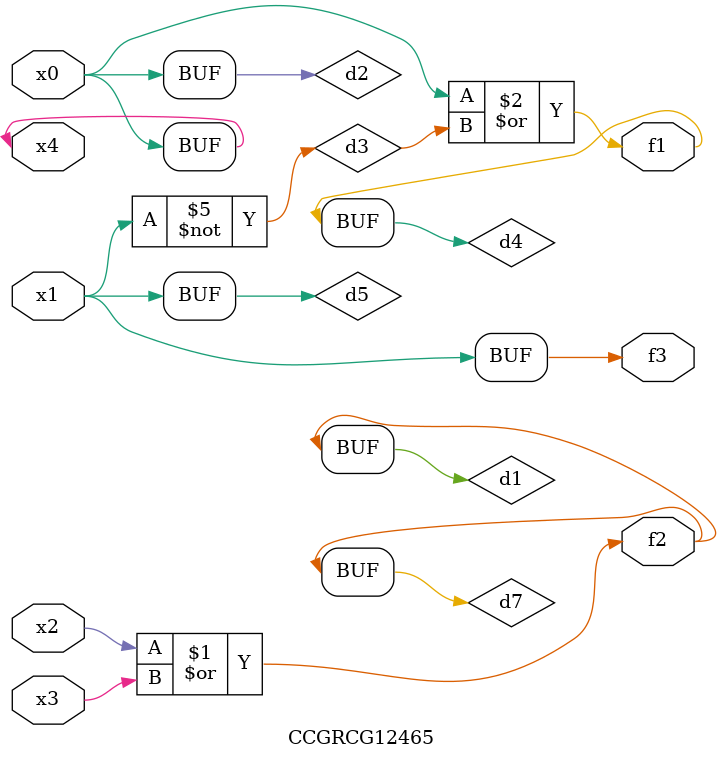
<source format=v>
module CCGRCG12465(
	input x0, x1, x2, x3, x4,
	output f1, f2, f3
);

	wire d1, d2, d3, d4, d5, d6, d7;

	or (d1, x2, x3);
	buf (d2, x0, x4);
	not (d3, x1);
	or (d4, d2, d3);
	not (d5, d3);
	nand (d6, d1, d3);
	or (d7, d1);
	assign f1 = d4;
	assign f2 = d7;
	assign f3 = d5;
endmodule

</source>
